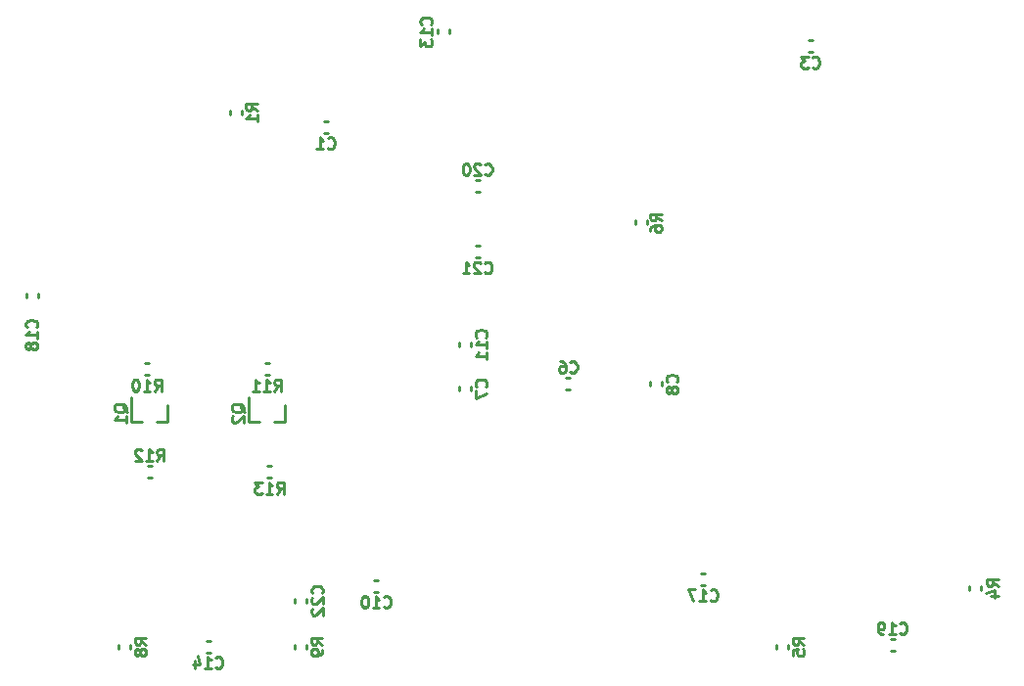
<source format=gbr>
G04 #@! TF.GenerationSoftware,KiCad,Pcbnew,(5.1.5)-3*
G04 #@! TF.CreationDate,2020-04-29T21:26:39+02:00*
G04 #@! TF.ProjectId,PONG_Display,504f4e47-5f44-4697-9370-6c61792e6b69,rev?*
G04 #@! TF.SameCoordinates,Original*
G04 #@! TF.FileFunction,Legend,Bot*
G04 #@! TF.FilePolarity,Positive*
%FSLAX46Y46*%
G04 Gerber Fmt 4.6, Leading zero omitted, Abs format (unit mm)*
G04 Created by KiCad (PCBNEW (5.1.5)-3) date 2020-04-29 21:26:39*
%MOMM*%
%LPD*%
G04 APERTURE LIST*
%ADD10C,0.220000*%
%ADD11C,0.250000*%
G04 APERTURE END LIST*
D10*
X32383000Y-25863733D02*
X32383000Y-26206267D01*
X33403000Y-25863733D02*
X33403000Y-26206267D01*
X26980000Y-52830000D02*
X26980000Y-51370000D01*
X23820000Y-52830000D02*
X23820000Y-50670000D01*
X23820000Y-52830000D02*
X24750000Y-52830000D01*
X26980000Y-52830000D02*
X26050000Y-52830000D01*
X37140000Y-52830000D02*
X36210000Y-52830000D01*
X33980000Y-52830000D02*
X34910000Y-52830000D01*
X33980000Y-52830000D02*
X33980000Y-50670000D01*
X37140000Y-52830000D02*
X37140000Y-51370000D01*
X40468733Y-27815000D02*
X40811267Y-27815000D01*
X40468733Y-26795000D02*
X40811267Y-26795000D01*
X82378733Y-20830000D02*
X82721267Y-20830000D01*
X82378733Y-19810000D02*
X82721267Y-19810000D01*
X61766267Y-50040000D02*
X61423733Y-50040000D01*
X61766267Y-49020000D02*
X61423733Y-49020000D01*
X52195000Y-50096267D02*
X52195000Y-49753733D01*
X53215000Y-50096267D02*
X53215000Y-49753733D01*
X69725000Y-49701267D02*
X69725000Y-49358733D01*
X68705000Y-49701267D02*
X68705000Y-49358733D01*
X44828733Y-66490000D02*
X45171267Y-66490000D01*
X44828733Y-67510000D02*
X45171267Y-67510000D01*
X53215000Y-46286267D02*
X53215000Y-45943733D01*
X52195000Y-46286267D02*
X52195000Y-45943733D01*
X50290000Y-18878733D02*
X50290000Y-19221267D01*
X51310000Y-18878733D02*
X51310000Y-19221267D01*
X30294733Y-71722000D02*
X30637267Y-71722000D01*
X30294733Y-72742000D02*
X30637267Y-72742000D01*
X73093733Y-66931000D02*
X73436267Y-66931000D01*
X73093733Y-65911000D02*
X73436267Y-65911000D01*
X15750000Y-41738733D02*
X15750000Y-42081267D01*
X14730000Y-41738733D02*
X14730000Y-42081267D01*
X89819267Y-71626000D02*
X89476733Y-71626000D01*
X89819267Y-72646000D02*
X89476733Y-72646000D01*
X38991000Y-68123733D02*
X38991000Y-68466267D01*
X37971000Y-68123733D02*
X37971000Y-68466267D01*
X53586233Y-32895000D02*
X53928767Y-32895000D01*
X53586233Y-31875000D02*
X53928767Y-31875000D01*
X53928767Y-38610000D02*
X53586233Y-38610000D01*
X53928767Y-37590000D02*
X53586233Y-37590000D01*
X97284000Y-67011733D02*
X97284000Y-67354267D01*
X96264000Y-67011733D02*
X96264000Y-67354267D01*
X80647000Y-72434267D02*
X80647000Y-72091733D01*
X79627000Y-72434267D02*
X79627000Y-72091733D01*
X68455000Y-35388733D02*
X68455000Y-35731267D01*
X67435000Y-35388733D02*
X67435000Y-35731267D01*
X23751000Y-72403267D02*
X23751000Y-72060733D01*
X22731000Y-72403267D02*
X22731000Y-72060733D01*
X37971000Y-72403267D02*
X37971000Y-72060733D01*
X38991000Y-72403267D02*
X38991000Y-72060733D01*
X25011233Y-48770000D02*
X25353767Y-48770000D01*
X25011233Y-47750000D02*
X25353767Y-47750000D01*
X35388733Y-47750000D02*
X35731267Y-47750000D01*
X35388733Y-48770000D02*
X35731267Y-48770000D01*
X25571267Y-56640000D02*
X25228733Y-56640000D01*
X25571267Y-57660000D02*
X25228733Y-57660000D01*
X35606233Y-57660000D02*
X35948767Y-57660000D01*
X35606233Y-56640000D02*
X35948767Y-56640000D01*
D11*
X34742380Y-25868333D02*
X34266190Y-25535000D01*
X34742380Y-25296904D02*
X33742380Y-25296904D01*
X33742380Y-25677857D01*
X33790000Y-25773095D01*
X33837619Y-25820714D01*
X33932857Y-25868333D01*
X34075714Y-25868333D01*
X34170952Y-25820714D01*
X34218571Y-25773095D01*
X34266190Y-25677857D01*
X34266190Y-25296904D01*
X34742380Y-26820714D02*
X34742380Y-26249285D01*
X34742380Y-26535000D02*
X33742380Y-26535000D01*
X33885238Y-26439761D01*
X33980476Y-26344523D01*
X34028095Y-26249285D01*
X23447619Y-51974761D02*
X23400000Y-51879523D01*
X23304761Y-51784285D01*
X23161904Y-51641428D01*
X23114285Y-51546190D01*
X23114285Y-51450952D01*
X23352380Y-51498571D02*
X23304761Y-51403333D01*
X23209523Y-51308095D01*
X23019047Y-51260476D01*
X22685714Y-51260476D01*
X22495238Y-51308095D01*
X22400000Y-51403333D01*
X22352380Y-51498571D01*
X22352380Y-51689047D01*
X22400000Y-51784285D01*
X22495238Y-51879523D01*
X22685714Y-51927142D01*
X23019047Y-51927142D01*
X23209523Y-51879523D01*
X23304761Y-51784285D01*
X23352380Y-51689047D01*
X23352380Y-51498571D01*
X23352380Y-52879523D02*
X23352380Y-52308095D01*
X23352380Y-52593809D02*
X22352380Y-52593809D01*
X22495238Y-52498571D01*
X22590476Y-52403333D01*
X22638095Y-52308095D01*
X33607619Y-51974761D02*
X33560000Y-51879523D01*
X33464761Y-51784285D01*
X33321904Y-51641428D01*
X33274285Y-51546190D01*
X33274285Y-51450952D01*
X33512380Y-51498571D02*
X33464761Y-51403333D01*
X33369523Y-51308095D01*
X33179047Y-51260476D01*
X32845714Y-51260476D01*
X32655238Y-51308095D01*
X32560000Y-51403333D01*
X32512380Y-51498571D01*
X32512380Y-51689047D01*
X32560000Y-51784285D01*
X32655238Y-51879523D01*
X32845714Y-51927142D01*
X33179047Y-51927142D01*
X33369523Y-51879523D01*
X33464761Y-51784285D01*
X33512380Y-51689047D01*
X33512380Y-51498571D01*
X32607619Y-52308095D02*
X32560000Y-52355714D01*
X32512380Y-52450952D01*
X32512380Y-52689047D01*
X32560000Y-52784285D01*
X32607619Y-52831904D01*
X32702857Y-52879523D01*
X32798095Y-52879523D01*
X32940952Y-52831904D01*
X33512380Y-52260476D01*
X33512380Y-52879523D01*
X40806666Y-29092142D02*
X40854285Y-29139761D01*
X40997142Y-29187380D01*
X41092380Y-29187380D01*
X41235238Y-29139761D01*
X41330476Y-29044523D01*
X41378095Y-28949285D01*
X41425714Y-28758809D01*
X41425714Y-28615952D01*
X41378095Y-28425476D01*
X41330476Y-28330238D01*
X41235238Y-28235000D01*
X41092380Y-28187380D01*
X40997142Y-28187380D01*
X40854285Y-28235000D01*
X40806666Y-28282619D01*
X39854285Y-29187380D02*
X40425714Y-29187380D01*
X40140000Y-29187380D02*
X40140000Y-28187380D01*
X40235238Y-28330238D01*
X40330476Y-28425476D01*
X40425714Y-28473095D01*
X82716666Y-22107142D02*
X82764285Y-22154761D01*
X82907142Y-22202380D01*
X83002380Y-22202380D01*
X83145238Y-22154761D01*
X83240476Y-22059523D01*
X83288095Y-21964285D01*
X83335714Y-21773809D01*
X83335714Y-21630952D01*
X83288095Y-21440476D01*
X83240476Y-21345238D01*
X83145238Y-21250000D01*
X83002380Y-21202380D01*
X82907142Y-21202380D01*
X82764285Y-21250000D01*
X82716666Y-21297619D01*
X82383333Y-21202380D02*
X81764285Y-21202380D01*
X82097619Y-21583333D01*
X81954761Y-21583333D01*
X81859523Y-21630952D01*
X81811904Y-21678571D01*
X81764285Y-21773809D01*
X81764285Y-22011904D01*
X81811904Y-22107142D01*
X81859523Y-22154761D01*
X81954761Y-22202380D01*
X82240476Y-22202380D01*
X82335714Y-22154761D01*
X82383333Y-22107142D01*
X61761666Y-48457142D02*
X61809285Y-48504761D01*
X61952142Y-48552380D01*
X62047380Y-48552380D01*
X62190238Y-48504761D01*
X62285476Y-48409523D01*
X62333095Y-48314285D01*
X62380714Y-48123809D01*
X62380714Y-47980952D01*
X62333095Y-47790476D01*
X62285476Y-47695238D01*
X62190238Y-47600000D01*
X62047380Y-47552380D01*
X61952142Y-47552380D01*
X61809285Y-47600000D01*
X61761666Y-47647619D01*
X60904523Y-47552380D02*
X61095000Y-47552380D01*
X61190238Y-47600000D01*
X61237857Y-47647619D01*
X61333095Y-47790476D01*
X61380714Y-47980952D01*
X61380714Y-48361904D01*
X61333095Y-48457142D01*
X61285476Y-48504761D01*
X61190238Y-48552380D01*
X60999761Y-48552380D01*
X60904523Y-48504761D01*
X60856904Y-48457142D01*
X60809285Y-48361904D01*
X60809285Y-48123809D01*
X60856904Y-48028571D01*
X60904523Y-47980952D01*
X60999761Y-47933333D01*
X61190238Y-47933333D01*
X61285476Y-47980952D01*
X61333095Y-48028571D01*
X61380714Y-48123809D01*
X54492142Y-49758333D02*
X54539761Y-49710714D01*
X54587380Y-49567857D01*
X54587380Y-49472619D01*
X54539761Y-49329761D01*
X54444523Y-49234523D01*
X54349285Y-49186904D01*
X54158809Y-49139285D01*
X54015952Y-49139285D01*
X53825476Y-49186904D01*
X53730238Y-49234523D01*
X53635000Y-49329761D01*
X53587380Y-49472619D01*
X53587380Y-49567857D01*
X53635000Y-49710714D01*
X53682619Y-49758333D01*
X53587380Y-50091666D02*
X53587380Y-50758333D01*
X54587380Y-50329761D01*
X71002142Y-49363333D02*
X71049761Y-49315714D01*
X71097380Y-49172857D01*
X71097380Y-49077619D01*
X71049761Y-48934761D01*
X70954523Y-48839523D01*
X70859285Y-48791904D01*
X70668809Y-48744285D01*
X70525952Y-48744285D01*
X70335476Y-48791904D01*
X70240238Y-48839523D01*
X70145000Y-48934761D01*
X70097380Y-49077619D01*
X70097380Y-49172857D01*
X70145000Y-49315714D01*
X70192619Y-49363333D01*
X70525952Y-49934761D02*
X70478333Y-49839523D01*
X70430714Y-49791904D01*
X70335476Y-49744285D01*
X70287857Y-49744285D01*
X70192619Y-49791904D01*
X70145000Y-49839523D01*
X70097380Y-49934761D01*
X70097380Y-50125238D01*
X70145000Y-50220476D01*
X70192619Y-50268095D01*
X70287857Y-50315714D01*
X70335476Y-50315714D01*
X70430714Y-50268095D01*
X70478333Y-50220476D01*
X70525952Y-50125238D01*
X70525952Y-49934761D01*
X70573571Y-49839523D01*
X70621190Y-49791904D01*
X70716428Y-49744285D01*
X70906904Y-49744285D01*
X71002142Y-49791904D01*
X71049761Y-49839523D01*
X71097380Y-49934761D01*
X71097380Y-50125238D01*
X71049761Y-50220476D01*
X71002142Y-50268095D01*
X70906904Y-50315714D01*
X70716428Y-50315714D01*
X70621190Y-50268095D01*
X70573571Y-50220476D01*
X70525952Y-50125238D01*
X45642857Y-68787142D02*
X45690476Y-68834761D01*
X45833333Y-68882380D01*
X45928571Y-68882380D01*
X46071428Y-68834761D01*
X46166666Y-68739523D01*
X46214285Y-68644285D01*
X46261904Y-68453809D01*
X46261904Y-68310952D01*
X46214285Y-68120476D01*
X46166666Y-68025238D01*
X46071428Y-67930000D01*
X45928571Y-67882380D01*
X45833333Y-67882380D01*
X45690476Y-67930000D01*
X45642857Y-67977619D01*
X44690476Y-68882380D02*
X45261904Y-68882380D01*
X44976190Y-68882380D02*
X44976190Y-67882380D01*
X45071428Y-68025238D01*
X45166666Y-68120476D01*
X45261904Y-68168095D01*
X44071428Y-67882380D02*
X43976190Y-67882380D01*
X43880952Y-67930000D01*
X43833333Y-67977619D01*
X43785714Y-68072857D01*
X43738095Y-68263333D01*
X43738095Y-68501428D01*
X43785714Y-68691904D01*
X43833333Y-68787142D01*
X43880952Y-68834761D01*
X43976190Y-68882380D01*
X44071428Y-68882380D01*
X44166666Y-68834761D01*
X44214285Y-68787142D01*
X44261904Y-68691904D01*
X44309523Y-68501428D01*
X44309523Y-68263333D01*
X44261904Y-68072857D01*
X44214285Y-67977619D01*
X44166666Y-67930000D01*
X44071428Y-67882380D01*
X54492142Y-45472142D02*
X54539761Y-45424523D01*
X54587380Y-45281666D01*
X54587380Y-45186428D01*
X54539761Y-45043571D01*
X54444523Y-44948333D01*
X54349285Y-44900714D01*
X54158809Y-44853095D01*
X54015952Y-44853095D01*
X53825476Y-44900714D01*
X53730238Y-44948333D01*
X53635000Y-45043571D01*
X53587380Y-45186428D01*
X53587380Y-45281666D01*
X53635000Y-45424523D01*
X53682619Y-45472142D01*
X54587380Y-46424523D02*
X54587380Y-45853095D01*
X54587380Y-46138809D02*
X53587380Y-46138809D01*
X53730238Y-46043571D01*
X53825476Y-45948333D01*
X53873095Y-45853095D01*
X54587380Y-47376904D02*
X54587380Y-46805476D01*
X54587380Y-47091190D02*
X53587380Y-47091190D01*
X53730238Y-46995952D01*
X53825476Y-46900714D01*
X53873095Y-46805476D01*
X49727142Y-18407142D02*
X49774761Y-18359523D01*
X49822380Y-18216666D01*
X49822380Y-18121428D01*
X49774761Y-17978571D01*
X49679523Y-17883333D01*
X49584285Y-17835714D01*
X49393809Y-17788095D01*
X49250952Y-17788095D01*
X49060476Y-17835714D01*
X48965238Y-17883333D01*
X48870000Y-17978571D01*
X48822380Y-18121428D01*
X48822380Y-18216666D01*
X48870000Y-18359523D01*
X48917619Y-18407142D01*
X49822380Y-19359523D02*
X49822380Y-18788095D01*
X49822380Y-19073809D02*
X48822380Y-19073809D01*
X48965238Y-18978571D01*
X49060476Y-18883333D01*
X49108095Y-18788095D01*
X48822380Y-19692857D02*
X48822380Y-20311904D01*
X49203333Y-19978571D01*
X49203333Y-20121428D01*
X49250952Y-20216666D01*
X49298571Y-20264285D01*
X49393809Y-20311904D01*
X49631904Y-20311904D01*
X49727142Y-20264285D01*
X49774761Y-20216666D01*
X49822380Y-20121428D01*
X49822380Y-19835714D01*
X49774761Y-19740476D01*
X49727142Y-19692857D01*
X31108857Y-74019142D02*
X31156476Y-74066761D01*
X31299333Y-74114380D01*
X31394571Y-74114380D01*
X31537428Y-74066761D01*
X31632666Y-73971523D01*
X31680285Y-73876285D01*
X31727904Y-73685809D01*
X31727904Y-73542952D01*
X31680285Y-73352476D01*
X31632666Y-73257238D01*
X31537428Y-73162000D01*
X31394571Y-73114380D01*
X31299333Y-73114380D01*
X31156476Y-73162000D01*
X31108857Y-73209619D01*
X30156476Y-74114380D02*
X30727904Y-74114380D01*
X30442190Y-74114380D02*
X30442190Y-73114380D01*
X30537428Y-73257238D01*
X30632666Y-73352476D01*
X30727904Y-73400095D01*
X29299333Y-73447714D02*
X29299333Y-74114380D01*
X29537428Y-73066761D02*
X29775523Y-73781047D01*
X29156476Y-73781047D01*
X73907857Y-68208142D02*
X73955476Y-68255761D01*
X74098333Y-68303380D01*
X74193571Y-68303380D01*
X74336428Y-68255761D01*
X74431666Y-68160523D01*
X74479285Y-68065285D01*
X74526904Y-67874809D01*
X74526904Y-67731952D01*
X74479285Y-67541476D01*
X74431666Y-67446238D01*
X74336428Y-67351000D01*
X74193571Y-67303380D01*
X74098333Y-67303380D01*
X73955476Y-67351000D01*
X73907857Y-67398619D01*
X72955476Y-68303380D02*
X73526904Y-68303380D01*
X73241190Y-68303380D02*
X73241190Y-67303380D01*
X73336428Y-67446238D01*
X73431666Y-67541476D01*
X73526904Y-67589095D01*
X72622142Y-67303380D02*
X71955476Y-67303380D01*
X72384047Y-68303380D01*
X15607142Y-44607142D02*
X15654761Y-44559523D01*
X15702380Y-44416666D01*
X15702380Y-44321428D01*
X15654761Y-44178571D01*
X15559523Y-44083333D01*
X15464285Y-44035714D01*
X15273809Y-43988095D01*
X15130952Y-43988095D01*
X14940476Y-44035714D01*
X14845238Y-44083333D01*
X14750000Y-44178571D01*
X14702380Y-44321428D01*
X14702380Y-44416666D01*
X14750000Y-44559523D01*
X14797619Y-44607142D01*
X15702380Y-45559523D02*
X15702380Y-44988095D01*
X15702380Y-45273809D02*
X14702380Y-45273809D01*
X14845238Y-45178571D01*
X14940476Y-45083333D01*
X14988095Y-44988095D01*
X15130952Y-46130952D02*
X15083333Y-46035714D01*
X15035714Y-45988095D01*
X14940476Y-45940476D01*
X14892857Y-45940476D01*
X14797619Y-45988095D01*
X14750000Y-46035714D01*
X14702380Y-46130952D01*
X14702380Y-46321428D01*
X14750000Y-46416666D01*
X14797619Y-46464285D01*
X14892857Y-46511904D01*
X14940476Y-46511904D01*
X15035714Y-46464285D01*
X15083333Y-46416666D01*
X15130952Y-46321428D01*
X15130952Y-46130952D01*
X15178571Y-46035714D01*
X15226190Y-45988095D01*
X15321428Y-45940476D01*
X15511904Y-45940476D01*
X15607142Y-45988095D01*
X15654761Y-46035714D01*
X15702380Y-46130952D01*
X15702380Y-46321428D01*
X15654761Y-46416666D01*
X15607142Y-46464285D01*
X15511904Y-46511904D01*
X15321428Y-46511904D01*
X15226190Y-46464285D01*
X15178571Y-46416666D01*
X15130952Y-46321428D01*
X90290857Y-71063142D02*
X90338476Y-71110761D01*
X90481333Y-71158380D01*
X90576571Y-71158380D01*
X90719428Y-71110761D01*
X90814666Y-71015523D01*
X90862285Y-70920285D01*
X90909904Y-70729809D01*
X90909904Y-70586952D01*
X90862285Y-70396476D01*
X90814666Y-70301238D01*
X90719428Y-70206000D01*
X90576571Y-70158380D01*
X90481333Y-70158380D01*
X90338476Y-70206000D01*
X90290857Y-70253619D01*
X89338476Y-71158380D02*
X89909904Y-71158380D01*
X89624190Y-71158380D02*
X89624190Y-70158380D01*
X89719428Y-70301238D01*
X89814666Y-70396476D01*
X89909904Y-70444095D01*
X88862285Y-71158380D02*
X88671809Y-71158380D01*
X88576571Y-71110761D01*
X88528952Y-71063142D01*
X88433714Y-70920285D01*
X88386095Y-70729809D01*
X88386095Y-70348857D01*
X88433714Y-70253619D01*
X88481333Y-70206000D01*
X88576571Y-70158380D01*
X88767047Y-70158380D01*
X88862285Y-70206000D01*
X88909904Y-70253619D01*
X88957523Y-70348857D01*
X88957523Y-70586952D01*
X88909904Y-70682190D01*
X88862285Y-70729809D01*
X88767047Y-70777428D01*
X88576571Y-70777428D01*
X88481333Y-70729809D01*
X88433714Y-70682190D01*
X88386095Y-70586952D01*
X40298642Y-67619642D02*
X40346261Y-67572023D01*
X40393880Y-67429166D01*
X40393880Y-67333928D01*
X40346261Y-67191071D01*
X40251023Y-67095833D01*
X40155785Y-67048214D01*
X39965309Y-67000595D01*
X39822452Y-67000595D01*
X39631976Y-67048214D01*
X39536738Y-67095833D01*
X39441500Y-67191071D01*
X39393880Y-67333928D01*
X39393880Y-67429166D01*
X39441500Y-67572023D01*
X39489119Y-67619642D01*
X39489119Y-68000595D02*
X39441500Y-68048214D01*
X39393880Y-68143452D01*
X39393880Y-68381547D01*
X39441500Y-68476785D01*
X39489119Y-68524404D01*
X39584357Y-68572023D01*
X39679595Y-68572023D01*
X39822452Y-68524404D01*
X40393880Y-67952976D01*
X40393880Y-68572023D01*
X39489119Y-68952976D02*
X39441500Y-69000595D01*
X39393880Y-69095833D01*
X39393880Y-69333928D01*
X39441500Y-69429166D01*
X39489119Y-69476785D01*
X39584357Y-69524404D01*
X39679595Y-69524404D01*
X39822452Y-69476785D01*
X40393880Y-68905357D01*
X40393880Y-69524404D01*
X54400357Y-31357142D02*
X54447976Y-31404761D01*
X54590833Y-31452380D01*
X54686071Y-31452380D01*
X54828928Y-31404761D01*
X54924166Y-31309523D01*
X54971785Y-31214285D01*
X55019404Y-31023809D01*
X55019404Y-30880952D01*
X54971785Y-30690476D01*
X54924166Y-30595238D01*
X54828928Y-30500000D01*
X54686071Y-30452380D01*
X54590833Y-30452380D01*
X54447976Y-30500000D01*
X54400357Y-30547619D01*
X54019404Y-30547619D02*
X53971785Y-30500000D01*
X53876547Y-30452380D01*
X53638452Y-30452380D01*
X53543214Y-30500000D01*
X53495595Y-30547619D01*
X53447976Y-30642857D01*
X53447976Y-30738095D01*
X53495595Y-30880952D01*
X54067023Y-31452380D01*
X53447976Y-31452380D01*
X52828928Y-30452380D02*
X52733690Y-30452380D01*
X52638452Y-30500000D01*
X52590833Y-30547619D01*
X52543214Y-30642857D01*
X52495595Y-30833333D01*
X52495595Y-31071428D01*
X52543214Y-31261904D01*
X52590833Y-31357142D01*
X52638452Y-31404761D01*
X52733690Y-31452380D01*
X52828928Y-31452380D01*
X52924166Y-31404761D01*
X52971785Y-31357142D01*
X53019404Y-31261904D01*
X53067023Y-31071428D01*
X53067023Y-30833333D01*
X53019404Y-30642857D01*
X52971785Y-30547619D01*
X52924166Y-30500000D01*
X52828928Y-30452380D01*
X54392857Y-39857142D02*
X54440476Y-39904761D01*
X54583333Y-39952380D01*
X54678571Y-39952380D01*
X54821428Y-39904761D01*
X54916666Y-39809523D01*
X54964285Y-39714285D01*
X55011904Y-39523809D01*
X55011904Y-39380952D01*
X54964285Y-39190476D01*
X54916666Y-39095238D01*
X54821428Y-39000000D01*
X54678571Y-38952380D01*
X54583333Y-38952380D01*
X54440476Y-39000000D01*
X54392857Y-39047619D01*
X54011904Y-39047619D02*
X53964285Y-39000000D01*
X53869047Y-38952380D01*
X53630952Y-38952380D01*
X53535714Y-39000000D01*
X53488095Y-39047619D01*
X53440476Y-39142857D01*
X53440476Y-39238095D01*
X53488095Y-39380952D01*
X54059523Y-39952380D01*
X53440476Y-39952380D01*
X52488095Y-39952380D02*
X53059523Y-39952380D01*
X52773809Y-39952380D02*
X52773809Y-38952380D01*
X52869047Y-39095238D01*
X52964285Y-39190476D01*
X53059523Y-39238095D01*
X98813880Y-67016333D02*
X98337690Y-66683000D01*
X98813880Y-66444904D02*
X97813880Y-66444904D01*
X97813880Y-66825857D01*
X97861500Y-66921095D01*
X97909119Y-66968714D01*
X98004357Y-67016333D01*
X98147214Y-67016333D01*
X98242452Y-66968714D01*
X98290071Y-66921095D01*
X98337690Y-66825857D01*
X98337690Y-66444904D01*
X98147214Y-67873476D02*
X98813880Y-67873476D01*
X97766261Y-67635380D02*
X98480547Y-67397285D01*
X98480547Y-68016333D01*
X82019380Y-72096333D02*
X81543190Y-71763000D01*
X82019380Y-71524904D02*
X81019380Y-71524904D01*
X81019380Y-71905857D01*
X81067000Y-72001095D01*
X81114619Y-72048714D01*
X81209857Y-72096333D01*
X81352714Y-72096333D01*
X81447952Y-72048714D01*
X81495571Y-72001095D01*
X81543190Y-71905857D01*
X81543190Y-71524904D01*
X81019380Y-73001095D02*
X81019380Y-72524904D01*
X81495571Y-72477285D01*
X81447952Y-72524904D01*
X81400333Y-72620142D01*
X81400333Y-72858238D01*
X81447952Y-72953476D01*
X81495571Y-73001095D01*
X81590809Y-73048714D01*
X81828904Y-73048714D01*
X81924142Y-73001095D01*
X81971761Y-72953476D01*
X82019380Y-72858238D01*
X82019380Y-72620142D01*
X81971761Y-72524904D01*
X81924142Y-72477285D01*
X69702380Y-35393333D02*
X69226190Y-35060000D01*
X69702380Y-34821904D02*
X68702380Y-34821904D01*
X68702380Y-35202857D01*
X68750000Y-35298095D01*
X68797619Y-35345714D01*
X68892857Y-35393333D01*
X69035714Y-35393333D01*
X69130952Y-35345714D01*
X69178571Y-35298095D01*
X69226190Y-35202857D01*
X69226190Y-34821904D01*
X68702380Y-36250476D02*
X68702380Y-36060000D01*
X68750000Y-35964761D01*
X68797619Y-35917142D01*
X68940476Y-35821904D01*
X69130952Y-35774285D01*
X69511904Y-35774285D01*
X69607142Y-35821904D01*
X69654761Y-35869523D01*
X69702380Y-35964761D01*
X69702380Y-36155238D01*
X69654761Y-36250476D01*
X69607142Y-36298095D01*
X69511904Y-36345714D01*
X69273809Y-36345714D01*
X69178571Y-36298095D01*
X69130952Y-36250476D01*
X69083333Y-36155238D01*
X69083333Y-35964761D01*
X69130952Y-35869523D01*
X69178571Y-35821904D01*
X69273809Y-35774285D01*
X25123380Y-72065333D02*
X24647190Y-71732000D01*
X25123380Y-71493904D02*
X24123380Y-71493904D01*
X24123380Y-71874857D01*
X24171000Y-71970095D01*
X24218619Y-72017714D01*
X24313857Y-72065333D01*
X24456714Y-72065333D01*
X24551952Y-72017714D01*
X24599571Y-71970095D01*
X24647190Y-71874857D01*
X24647190Y-71493904D01*
X24551952Y-72636761D02*
X24504333Y-72541523D01*
X24456714Y-72493904D01*
X24361476Y-72446285D01*
X24313857Y-72446285D01*
X24218619Y-72493904D01*
X24171000Y-72541523D01*
X24123380Y-72636761D01*
X24123380Y-72827238D01*
X24171000Y-72922476D01*
X24218619Y-72970095D01*
X24313857Y-73017714D01*
X24361476Y-73017714D01*
X24456714Y-72970095D01*
X24504333Y-72922476D01*
X24551952Y-72827238D01*
X24551952Y-72636761D01*
X24599571Y-72541523D01*
X24647190Y-72493904D01*
X24742428Y-72446285D01*
X24932904Y-72446285D01*
X25028142Y-72493904D01*
X25075761Y-72541523D01*
X25123380Y-72636761D01*
X25123380Y-72827238D01*
X25075761Y-72922476D01*
X25028142Y-72970095D01*
X24932904Y-73017714D01*
X24742428Y-73017714D01*
X24647190Y-72970095D01*
X24599571Y-72922476D01*
X24551952Y-72827238D01*
X40363380Y-72065333D02*
X39887190Y-71732000D01*
X40363380Y-71493904D02*
X39363380Y-71493904D01*
X39363380Y-71874857D01*
X39411000Y-71970095D01*
X39458619Y-72017714D01*
X39553857Y-72065333D01*
X39696714Y-72065333D01*
X39791952Y-72017714D01*
X39839571Y-71970095D01*
X39887190Y-71874857D01*
X39887190Y-71493904D01*
X40363380Y-72541523D02*
X40363380Y-72732000D01*
X40315761Y-72827238D01*
X40268142Y-72874857D01*
X40125285Y-72970095D01*
X39934809Y-73017714D01*
X39553857Y-73017714D01*
X39458619Y-72970095D01*
X39411000Y-72922476D01*
X39363380Y-72827238D01*
X39363380Y-72636761D01*
X39411000Y-72541523D01*
X39458619Y-72493904D01*
X39553857Y-72446285D01*
X39791952Y-72446285D01*
X39887190Y-72493904D01*
X39934809Y-72541523D01*
X39982428Y-72636761D01*
X39982428Y-72827238D01*
X39934809Y-72922476D01*
X39887190Y-72970095D01*
X39791952Y-73017714D01*
X25825357Y-50142380D02*
X26158690Y-49666190D01*
X26396785Y-50142380D02*
X26396785Y-49142380D01*
X26015833Y-49142380D01*
X25920595Y-49190000D01*
X25872976Y-49237619D01*
X25825357Y-49332857D01*
X25825357Y-49475714D01*
X25872976Y-49570952D01*
X25920595Y-49618571D01*
X26015833Y-49666190D01*
X26396785Y-49666190D01*
X24872976Y-50142380D02*
X25444404Y-50142380D01*
X25158690Y-50142380D02*
X25158690Y-49142380D01*
X25253928Y-49285238D01*
X25349166Y-49380476D01*
X25444404Y-49428095D01*
X24253928Y-49142380D02*
X24158690Y-49142380D01*
X24063452Y-49190000D01*
X24015833Y-49237619D01*
X23968214Y-49332857D01*
X23920595Y-49523333D01*
X23920595Y-49761428D01*
X23968214Y-49951904D01*
X24015833Y-50047142D01*
X24063452Y-50094761D01*
X24158690Y-50142380D01*
X24253928Y-50142380D01*
X24349166Y-50094761D01*
X24396785Y-50047142D01*
X24444404Y-49951904D01*
X24492023Y-49761428D01*
X24492023Y-49523333D01*
X24444404Y-49332857D01*
X24396785Y-49237619D01*
X24349166Y-49190000D01*
X24253928Y-49142380D01*
X36202857Y-50142380D02*
X36536190Y-49666190D01*
X36774285Y-50142380D02*
X36774285Y-49142380D01*
X36393333Y-49142380D01*
X36298095Y-49190000D01*
X36250476Y-49237619D01*
X36202857Y-49332857D01*
X36202857Y-49475714D01*
X36250476Y-49570952D01*
X36298095Y-49618571D01*
X36393333Y-49666190D01*
X36774285Y-49666190D01*
X35250476Y-50142380D02*
X35821904Y-50142380D01*
X35536190Y-50142380D02*
X35536190Y-49142380D01*
X35631428Y-49285238D01*
X35726666Y-49380476D01*
X35821904Y-49428095D01*
X34298095Y-50142380D02*
X34869523Y-50142380D01*
X34583809Y-50142380D02*
X34583809Y-49142380D01*
X34679047Y-49285238D01*
X34774285Y-49380476D01*
X34869523Y-49428095D01*
X26042857Y-56172380D02*
X26376190Y-55696190D01*
X26614285Y-56172380D02*
X26614285Y-55172380D01*
X26233333Y-55172380D01*
X26138095Y-55220000D01*
X26090476Y-55267619D01*
X26042857Y-55362857D01*
X26042857Y-55505714D01*
X26090476Y-55600952D01*
X26138095Y-55648571D01*
X26233333Y-55696190D01*
X26614285Y-55696190D01*
X25090476Y-56172380D02*
X25661904Y-56172380D01*
X25376190Y-56172380D02*
X25376190Y-55172380D01*
X25471428Y-55315238D01*
X25566666Y-55410476D01*
X25661904Y-55458095D01*
X24709523Y-55267619D02*
X24661904Y-55220000D01*
X24566666Y-55172380D01*
X24328571Y-55172380D01*
X24233333Y-55220000D01*
X24185714Y-55267619D01*
X24138095Y-55362857D01*
X24138095Y-55458095D01*
X24185714Y-55600952D01*
X24757142Y-56172380D01*
X24138095Y-56172380D01*
X36420357Y-59032380D02*
X36753690Y-58556190D01*
X36991785Y-59032380D02*
X36991785Y-58032380D01*
X36610833Y-58032380D01*
X36515595Y-58080000D01*
X36467976Y-58127619D01*
X36420357Y-58222857D01*
X36420357Y-58365714D01*
X36467976Y-58460952D01*
X36515595Y-58508571D01*
X36610833Y-58556190D01*
X36991785Y-58556190D01*
X35467976Y-59032380D02*
X36039404Y-59032380D01*
X35753690Y-59032380D02*
X35753690Y-58032380D01*
X35848928Y-58175238D01*
X35944166Y-58270476D01*
X36039404Y-58318095D01*
X35134642Y-58032380D02*
X34515595Y-58032380D01*
X34848928Y-58413333D01*
X34706071Y-58413333D01*
X34610833Y-58460952D01*
X34563214Y-58508571D01*
X34515595Y-58603809D01*
X34515595Y-58841904D01*
X34563214Y-58937142D01*
X34610833Y-58984761D01*
X34706071Y-59032380D01*
X34991785Y-59032380D01*
X35087023Y-58984761D01*
X35134642Y-58937142D01*
M02*

</source>
